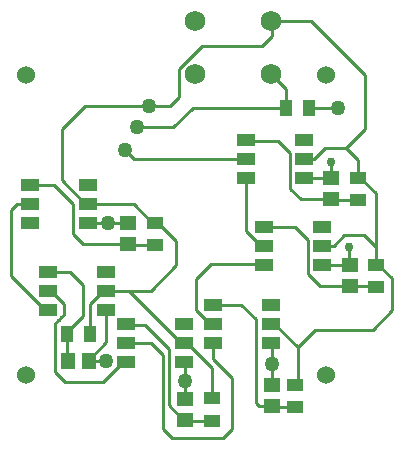
<source format=gbl>
G04*
G04 #@! TF.GenerationSoftware,Altium Limited,Altium Designer,20.0.14 (345)*
G04*
G04 Layer_Physical_Order=2*
G04 Layer_Color=16711680*
%FSLAX25Y25*%
%MOIN*%
G70*
G01*
G75*
%ADD10C,0.01000*%
%ADD21C,0.06890*%
%ADD22C,0.06000*%
%ADD23C,0.05000*%
%ADD24C,0.03000*%
%ADD25R,0.03937X0.05709*%
%ADD26R,0.05709X0.04528*%
%ADD27R,0.04528X0.05709*%
%ADD28R,0.05709X0.03937*%
%ADD29R,0.05906X0.03937*%
D10*
X106795Y143000D02*
X120000D01*
X107000Y138000D02*
Y142000D01*
X73000Y114500D02*
X76000Y117500D01*
Y127000D02*
X83500Y134500D01*
X76000Y117500D02*
Y127000D01*
X44500Y114500D02*
X66000D01*
X37000Y107000D02*
X44500Y114500D01*
X44780Y82000D02*
X45764D01*
X37000Y89780D02*
X44780Y82000D01*
X37000Y89780D02*
Y107000D01*
X46043Y29500D02*
X51500D01*
X61000Y97000D02*
X98236D01*
X58000Y100000D02*
X61000Y97000D01*
X80500Y114000D02*
X111760D01*
X74000Y107500D02*
X80500Y114000D01*
X62000Y107500D02*
X74000D01*
X103500Y134500D02*
X107000Y138000D01*
X83500Y134500D02*
X103500D01*
X66000Y114500D02*
X73000D01*
X120000Y143000D02*
X138000Y125000D01*
Y107000D02*
Y125000D01*
X131500Y100500D02*
X138000Y107000D01*
X119240Y114000D02*
X129000D01*
X106795Y125142D02*
X111760Y120177D01*
Y114000D02*
Y120177D01*
X66500Y53000D02*
X75000Y61500D01*
X59280Y53000D02*
X66500D01*
X68000Y75740D02*
X68886D01*
X75000Y69626D01*
Y61500D02*
Y69626D01*
X135500Y90740D02*
X136386D01*
X141500Y85626D01*
Y67500D02*
Y85626D01*
Y61740D02*
X142386D01*
X147000Y57126D01*
Y46500D02*
Y57126D01*
X140500Y40000D02*
X147000Y46500D01*
X115500Y34248D02*
X121252Y40000D01*
X140500D01*
X76780Y35500D02*
X77764D01*
X59280Y53000D02*
X76780Y35500D01*
X51764Y53000D02*
X59280D01*
X22000Y82000D02*
X26236D01*
X20000Y80000D02*
X22000Y82000D01*
X31252Y46701D02*
X32236D01*
X20000Y57953D02*
X31252Y46701D01*
X20000Y57953D02*
Y80000D01*
X26236Y88299D02*
X34201D01*
X40500Y82000D01*
Y72000D02*
Y82000D01*
X44043Y68457D02*
X59000D01*
X40500Y72000D02*
X44043Y68457D01*
X59197Y68260D02*
X68000D01*
X59000Y68457D02*
X59197Y68260D01*
X45921Y75543D02*
X59000D01*
X45764Y75701D02*
X45921Y75543D01*
X45764Y82000D02*
X60854D01*
X67114Y75740D01*
X68000D01*
X34500Y26086D02*
Y42000D01*
X35732Y43232D01*
X35810D01*
X36689Y44189D02*
X37500Y45000D01*
X35810Y43232D02*
X36689Y44111D01*
Y44189D01*
X37500Y45000D02*
Y48720D01*
X57252Y29201D02*
X58236D01*
X50551Y22500D02*
X57252Y29201D01*
X34500Y26086D02*
X38086Y22500D01*
X50551D01*
X32236Y53000D02*
X33220D01*
X37500Y48720D01*
X39701Y59299D02*
X44000Y55000D01*
X32236Y59299D02*
X39701D01*
X46240Y48461D02*
X50779Y53000D01*
X46240Y38500D02*
Y48461D01*
X44000Y44626D02*
Y55000D01*
X38760Y38500D02*
Y39386D01*
X44000Y44626D01*
X38760Y29697D02*
Y38500D01*
Y29697D02*
X38957Y29500D01*
X46043D02*
Y30091D01*
X51764Y35811D01*
Y46701D01*
X50779Y53000D02*
X51764D01*
X58236Y35500D02*
X66500D01*
X70500Y31500D01*
Y7000D02*
X73500Y4000D01*
X70500Y7000D02*
Y31500D01*
X73500Y4000D02*
X90500D01*
X93500Y7000D01*
Y24000D01*
X87236Y30264D02*
Y35701D01*
Y30264D02*
X93500Y24000D01*
X58236Y41799D02*
X58535Y41500D01*
X64500D01*
X72500Y14866D02*
Y33500D01*
X64500Y41500D02*
X72500Y33500D01*
X77409Y9957D02*
X78000D01*
X72500Y14866D02*
X77409Y9957D01*
X77764Y35500D02*
X78748D01*
X87000Y27248D01*
Y17240D02*
Y27248D01*
X78000Y9957D02*
X78197Y9760D01*
X87000D01*
X78000Y17043D02*
Y28965D01*
X77764Y29201D02*
X78000Y28965D01*
X103937Y62000D02*
X104236Y61701D01*
X86500Y62000D02*
X103937D01*
X81500Y46752D02*
Y57000D01*
X86500Y62000D01*
X86252Y42000D02*
X87236D01*
X81500Y46752D02*
X86252Y42000D01*
X87236Y48299D02*
X96701D01*
X101500Y43500D01*
Y15500D02*
Y43500D01*
X102543Y14457D02*
X107000D01*
X101500Y15500D02*
X102543Y14457D01*
X107197Y14260D02*
X115500D01*
X107000Y14457D02*
X107197Y14260D01*
X106764Y42000D02*
X107748D01*
X115500Y34248D01*
Y21740D02*
Y34248D01*
X107000Y21543D02*
Y35465D01*
X106764Y35701D02*
X107000Y35465D01*
X103252Y68000D02*
X104236D01*
X98236Y73016D02*
X103252Y68000D01*
X98236Y73016D02*
Y90701D01*
X104236Y74299D02*
X114701D01*
X119000Y70000D01*
Y58500D02*
Y70000D01*
X123043Y54457D02*
X133000D01*
X119000Y58500D02*
X123043Y54457D01*
X133000D02*
X141303D01*
X141500Y54260D01*
Y61740D02*
Y67500D01*
X131000Y71500D02*
X137500D01*
X141500Y67500D01*
X127500Y68000D02*
X131000Y71500D01*
X123764Y68000D02*
X127500D01*
X132843Y61701D02*
X133000Y61543D01*
X132500Y62043D02*
X132843Y61701D01*
X132500Y62043D02*
Y67000D01*
X123764Y61701D02*
X132843D01*
X121000Y97000D02*
X124500Y100500D01*
X117764Y97000D02*
X121000D01*
X124500Y100500D02*
X131500D01*
X135500Y90740D02*
Y96500D01*
X131500Y100500D02*
X135500Y96500D01*
X126500Y90543D02*
Y96000D01*
X98236Y103299D02*
X98535Y103000D01*
X109000D02*
X113000Y99000D01*
X98535Y103000D02*
X109000D01*
X113000Y87000D02*
Y99000D01*
X116543Y83457D02*
X126500D01*
X113000Y87000D02*
X116543Y83457D01*
X126500D02*
X126697Y83260D01*
X135500D01*
X117764Y90701D02*
X126342D01*
X126500Y90543D01*
D21*
X81205Y125142D02*
D03*
X106795D02*
D03*
X81205Y142858D02*
D03*
X106795D02*
D03*
D22*
X125000Y25000D02*
D03*
Y125000D02*
D03*
X25000D02*
D03*
Y25000D02*
D03*
D23*
X51500Y29500D02*
D03*
X62000Y107500D02*
D03*
X58000Y100000D02*
D03*
X66000Y114500D02*
D03*
X129000Y114000D02*
D03*
X52461Y75543D02*
D03*
X78000Y23004D02*
D03*
X107000Y28504D02*
D03*
D24*
X132500Y67500D02*
D03*
X126500Y96000D02*
D03*
D25*
X119240Y114000D02*
D03*
X111760D02*
D03*
X46240Y38500D02*
D03*
X38760D02*
D03*
D26*
X59000Y75543D02*
D03*
Y68457D02*
D03*
X78000Y17043D02*
D03*
Y9957D02*
D03*
X107000Y21543D02*
D03*
Y14457D02*
D03*
X133000Y61543D02*
D03*
Y54457D02*
D03*
X126500Y90543D02*
D03*
Y83457D02*
D03*
D27*
X46043Y29500D02*
D03*
X38957D02*
D03*
D28*
X87000Y17240D02*
D03*
Y9760D02*
D03*
X114500Y21740D02*
D03*
Y14260D02*
D03*
X141500Y61740D02*
D03*
Y54260D02*
D03*
X68000Y75740D02*
D03*
Y68260D02*
D03*
X135500Y90740D02*
D03*
Y83260D02*
D03*
D29*
X77764Y35500D02*
D03*
Y41799D02*
D03*
Y29201D02*
D03*
X58236Y41799D02*
D03*
Y35500D02*
D03*
Y29201D02*
D03*
X51764Y53000D02*
D03*
Y59299D02*
D03*
Y46701D02*
D03*
X32236Y59299D02*
D03*
Y53000D02*
D03*
Y46701D02*
D03*
X117764Y97000D02*
D03*
Y103299D02*
D03*
Y90701D02*
D03*
X98236Y103299D02*
D03*
Y97000D02*
D03*
Y90701D02*
D03*
X123764Y68000D02*
D03*
Y74299D02*
D03*
Y61701D02*
D03*
X104236Y74299D02*
D03*
Y68000D02*
D03*
Y61701D02*
D03*
X106764Y42000D02*
D03*
Y48299D02*
D03*
Y35701D02*
D03*
X87236Y48299D02*
D03*
Y42000D02*
D03*
Y35701D02*
D03*
X45764Y82000D02*
D03*
Y88299D02*
D03*
Y75701D02*
D03*
X26236Y88299D02*
D03*
Y82000D02*
D03*
Y75701D02*
D03*
M02*

</source>
